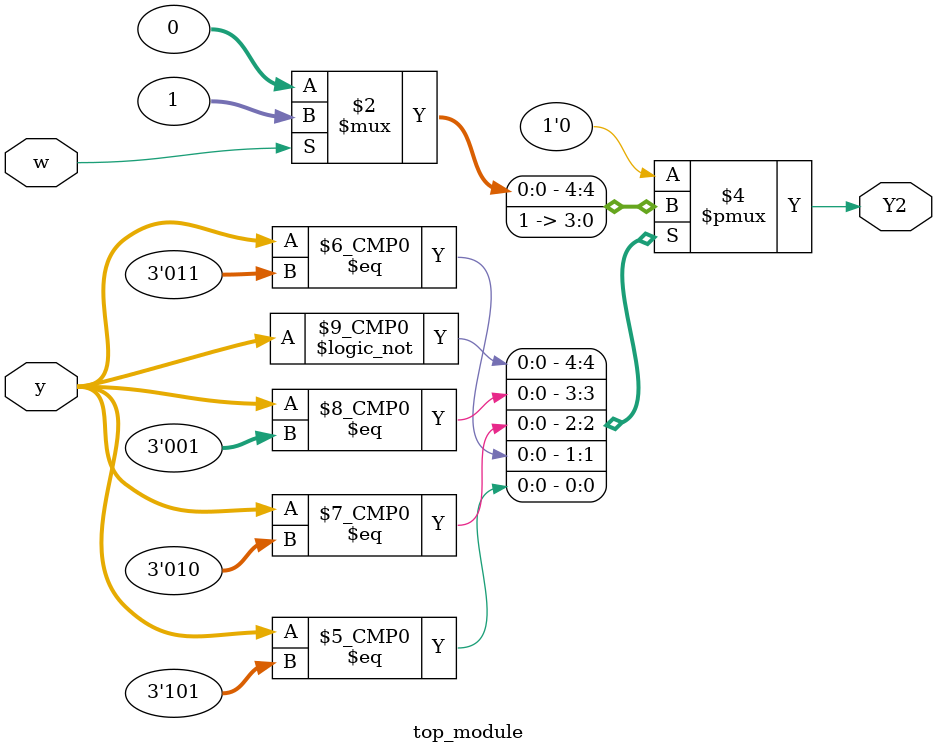
<source format=sv>
module top_module(
    input [3:1] y,
    input w,
    output reg Y2);

    always @(*) begin
        case (y)
            // Next state logic for Y2
            3'b000: Y2 = (w) ? 1 : 0;
            3'b001: Y2 = 1;
            3'b010: Y2 = 1;
            3'b011: Y2 = 1;
            3'b100: Y2 = 0;
            3'b101: Y2 = 1;
            default: Y2 = 0;
        endcase
    end

endmodule

</source>
